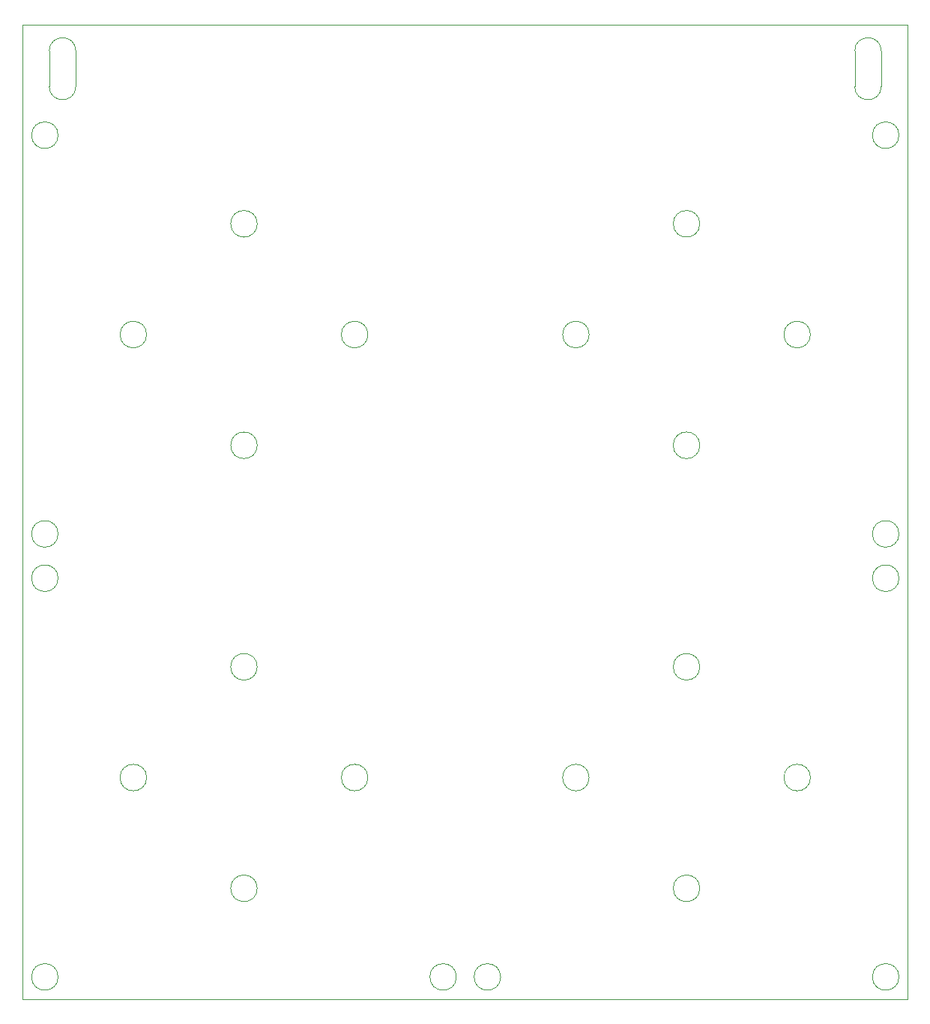
<source format=gm1>
G04 #@! TF.GenerationSoftware,KiCad,Pcbnew,(5.1.5)-3*
G04 #@! TF.CreationDate,2020-05-31T21:02:16+02:00*
G04 #@! TF.ProjectId,cz-badge-hardware,637a2d62-6164-4676-952d-686172647761,rev?*
G04 #@! TF.SameCoordinates,PX17d7840PY7735940*
G04 #@! TF.FileFunction,Profile,NP*
%FSLAX46Y46*%
G04 Gerber Fmt 4.6, Leading zero omitted, Abs format (unit mm)*
G04 Created by KiCad (PCBNEW (5.1.5)-3) date 2020-05-31 21:02:16*
%MOMM*%
%LPD*%
G04 APERTURE LIST*
%ADD10C,0.120000*%
G04 APERTURE END LIST*
D10*
X6000000Y103000000D02*
X6000000Y107000000D01*
X6000000Y103000000D02*
G75*
G02X3000000Y103000000I-1500000J0D01*
G01*
X3000000Y103000000D02*
X3000000Y107000000D01*
X3000000Y107000000D02*
G75*
G02X6000000Y107000000I1500000J0D01*
G01*
X94000000Y107000000D02*
G75*
G02X97000000Y107000000I1500000J0D01*
G01*
X94000000Y103000000D02*
X94000000Y107000000D01*
X97000000Y103000000D02*
X97000000Y107000000D01*
X97000000Y103000000D02*
G75*
G02X94000000Y103000000I-1500000J0D01*
G01*
X99000000Y47500000D02*
G75*
G03X99000000Y47500000I-1500000J0D01*
G01*
X99000000Y97500000D02*
G75*
G03X99000000Y97500000I-1500000J0D01*
G01*
X54000000Y2500000D02*
G75*
G03X54000000Y2500000I-1500000J0D01*
G01*
X4000000Y2500000D02*
G75*
G03X4000000Y2500000I-1500000J0D01*
G01*
X99000000Y2500000D02*
G75*
G03X99000000Y2500000I-1500000J0D01*
G01*
X49000000Y2500000D02*
G75*
G03X49000000Y2500000I-1500000J0D01*
G01*
X99000000Y52500000D02*
G75*
G03X99000000Y52500000I-1500000J0D01*
G01*
X4000000Y47500000D02*
G75*
G03X4000000Y47500000I-1500000J0D01*
G01*
X4000000Y52500000D02*
G75*
G03X4000000Y52500000I-1500000J0D01*
G01*
X4000000Y97500000D02*
G75*
G03X4000000Y97500000I-1500000J0D01*
G01*
X89000000Y25000000D02*
G75*
G03X89000000Y25000000I-1500000J0D01*
G01*
X64000000Y25000000D02*
G75*
G03X64000000Y25000000I-1500000J0D01*
G01*
X39000000Y25000000D02*
G75*
G03X39000000Y25000000I-1500000J0D01*
G01*
X14000000Y25000000D02*
G75*
G03X14000000Y25000000I-1500000J0D01*
G01*
X89000000Y75000000D02*
G75*
G03X89000000Y75000000I-1500000J0D01*
G01*
X64000000Y75000000D02*
G75*
G03X64000000Y75000000I-1500000J0D01*
G01*
X39000000Y75000000D02*
G75*
G03X39000000Y75000000I-1500000J0D01*
G01*
X14000000Y75000000D02*
G75*
G03X14000000Y75000000I-1500000J0D01*
G01*
X76500000Y12500000D02*
G75*
G03X76500000Y12500000I-1500000J0D01*
G01*
X26500000Y12500000D02*
G75*
G03X26500000Y12500000I-1500000J0D01*
G01*
X76500000Y37500000D02*
G75*
G03X76500000Y37500000I-1500000J0D01*
G01*
X26500000Y37500000D02*
G75*
G03X26500000Y37500000I-1500000J0D01*
G01*
X76500000Y62500000D02*
G75*
G03X76500000Y62500000I-1500000J0D01*
G01*
X26500000Y62500000D02*
G75*
G03X26500000Y62500000I-1500000J0D01*
G01*
X76500000Y87500000D02*
G75*
G03X76500000Y87500000I-1500000J0D01*
G01*
X26500000Y87500000D02*
G75*
G03X26500000Y87500000I-1500000J0D01*
G01*
X0Y0D02*
X100000000Y0D01*
X100000000Y110000000D02*
X100000000Y0D01*
X0Y110000000D02*
X0Y0D01*
X0Y110000000D02*
X100000000Y110000000D01*
M02*

</source>
